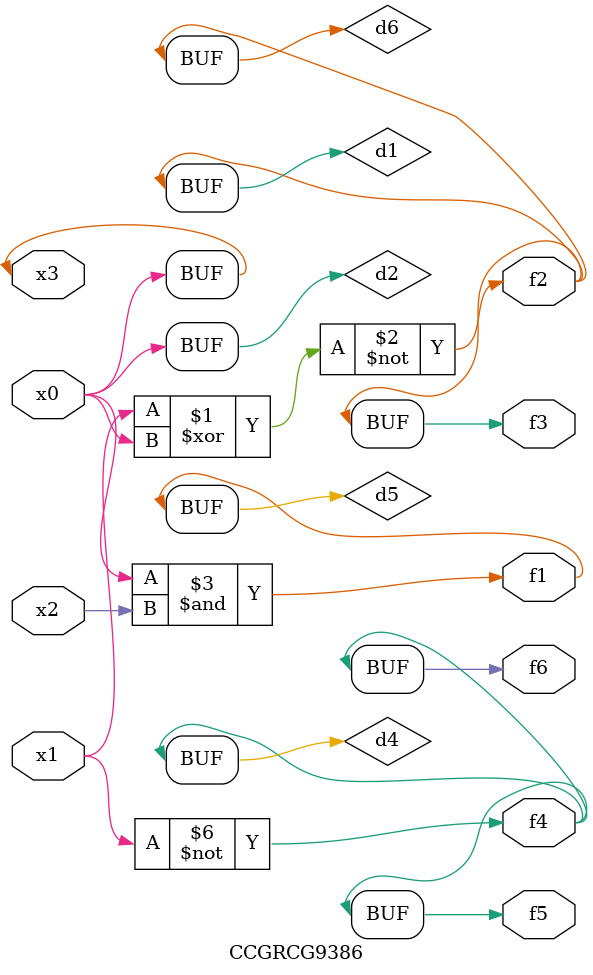
<source format=v>
module CCGRCG9386(
	input x0, x1, x2, x3,
	output f1, f2, f3, f4, f5, f6
);

	wire d1, d2, d3, d4, d5, d6;

	xnor (d1, x1, x3);
	buf (d2, x0, x3);
	nand (d3, x0, x2);
	not (d4, x1);
	nand (d5, d3);
	or (d6, d1);
	assign f1 = d5;
	assign f2 = d6;
	assign f3 = d6;
	assign f4 = d4;
	assign f5 = d4;
	assign f6 = d4;
endmodule

</source>
